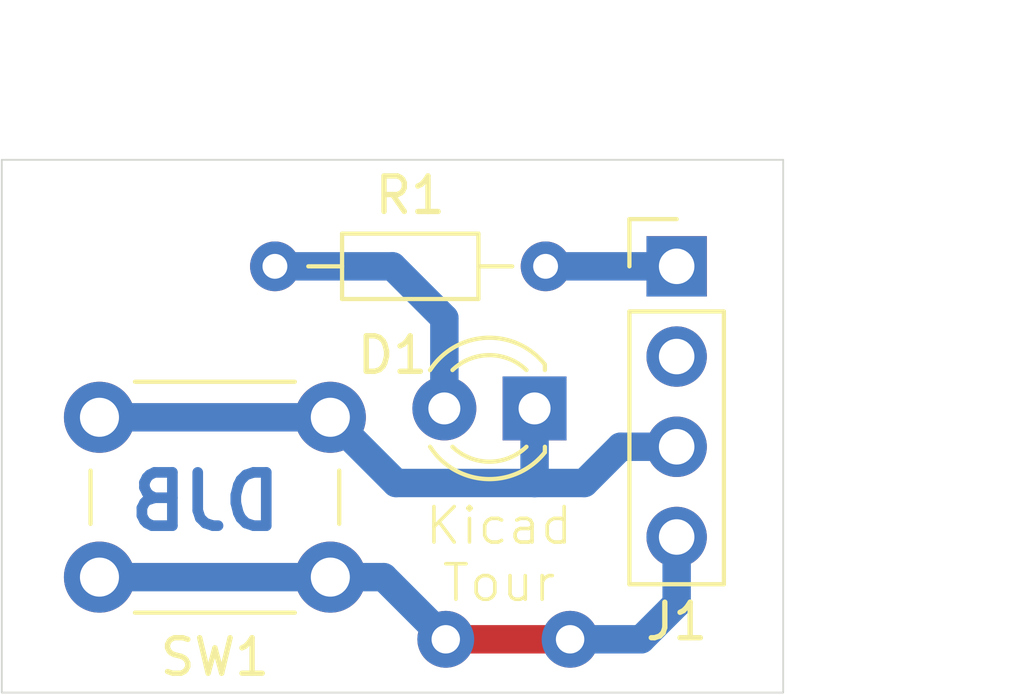
<source format=kicad_pcb>
(kicad_pcb (version 20241229) (generator "pcbnew") (generator_version "9.0")
  (title_block (title "KiCad Tour - Pulsador") (date "2024-10-05") (company "UNLaM - TIT1"))
  (layers (0 "F.Cu" jumper) (2 "B.Cu" signal) (13 "F.Paste" user) (15 "B.Paste" user) (5 "F.SilkS" user "F.Silkscreen") (7 "B.SilkS" user "B.Silkscreen") (1 "F.Mask" user) (3 "B.Mask" user) (25 "Edge.Cuts" user))
  (net 0 "")
  (net 1 "Net-(D1-A)")
  (net 2 "Net-(D1-K)")
  (net 3 "Net-(J1-Pin_4)")
  (net 4 "Net-(J1-Pin_1)")
  (footprint "Resistor_THT:R_Axial_DIN0204_L3.6mm_D1.6mm_P7.62mm_Horizontal" (layer "F.Cu") (at 151.31 106 180)
    (property "Reference" "R1" (at 3.81 2 0) (layer "F.SilkS"))
    (property "Value" "220")
    (fp_line (start 6.68 0) (end 5.73 0) (stroke (width 0.12)) (layer "F.SilkS"))
    (fp_line (start 5.73 0.92) (end 5.73 -0.92) (stroke (width 0.12)) (layer "F.SilkS"))
    (fp_line (start 5.73 -0.92) (end 1.89 -0.92) (stroke (width 0.12)) (layer "F.SilkS"))
    (fp_line (start 1.89 0.92) (end 5.73 0.92) (stroke (width 0.12)) (layer "F.SilkS"))
    (fp_line (start 1.89 -0.92) (end 1.89 0.92) (stroke (width 0.12)) (layer "F.SilkS"))
    (fp_line (start 0.94 0) (end 1.89 0) (stroke (width 0.12)) (layer "F.SilkS"))
    (pad "1" thru_hole circle (at 0 0 180) (size 1.4 1.4) (drill 0.7) (layers "*.Cu" "*.Mask") (net 4 "Net-(J1-Pin_1)"))
    (pad "2" thru_hole oval (at 7.62 0 180) (size 1.4 1.4) (drill 0.7) (layers "*.Cu" "*.Mask") (net 1 "Net-(D1-A)"))
  )
  (footprint "Connector_PinHeader_2.54mm:PinHeader_1x04_P2.54mm_Vertical" (layer "F.Cu") (at 155 106)
    (property "Reference" "J1" (at 0 10 0) (layer "F.SilkS"))
    (property "Value" "Conn_01x04")
    (fp_line (start -1.33 -1.33) (end 0 -1.33) (stroke (width 0.12)) (layer "F.SilkS"))
    (fp_line (start -1.33 0) (end -1.33 -1.33) (stroke (width 0.12)) (layer "F.SilkS"))
    (fp_line (start -1.33 1.27) (end -1.33 8.95) (stroke (width 0.12)) (layer "F.SilkS"))
    (fp_line (start -1.33 1.27) (end 1.33 1.27) (stroke (width 0.12)) (layer "F.SilkS"))
    (fp_line (start -1.33 8.95) (end 1.33 8.95) (stroke (width 0.12)) (layer "F.SilkS"))
    (fp_line (start 1.33 1.27) (end 1.33 8.95) (stroke (width 0.12)) (layer "F.SilkS"))
    (pad "1" thru_hole rect (at 0 0) (size 1.7 1.7) (drill 1) (layers "*.Cu" "*.Mask") (net 4 "Net-(J1-Pin_1)"))
    (pad "2" thru_hole oval (at 0 2.54) (size 1.7 1.7) (drill 1) (layers "*.Cu" "*.Mask"))
    (pad "3" thru_hole oval (at 0 5.08) (size 1.7 1.7) (drill 1) (layers "*.Cu" "*.Mask") (net 2 "Net-(D1-K)"))
    (pad "4" thru_hole oval (at 0 7.62) (size 1.7 1.7) (drill 1) (layers "*.Cu" "*.Mask") (net 3 "Net-(J1-Pin_4)"))
  )
  (footprint "Button_Switch_THT:SW_PUSH_6mm" (layer "F.Cu") (at 145.25 114.75 180)
    (property "Reference" "SW1" (at 3.25 -2.25 0) (layer "F.SilkS"))
    (property "Value" "SW_Push")
    (fp_line (start 6.75 3) (end 6.75 1.5) (stroke (width 0.12)) (layer "F.SilkS"))
    (fp_line (start 5.5 -1) (end 1 -1) (stroke (width 0.12)) (layer "F.SilkS"))
    (fp_line (start 1 5.5) (end 5.5 5.5) (stroke (width 0.12)) (layer "F.SilkS"))
    (fp_line (start -0.25 1.5) (end -0.25 3) (stroke (width 0.12)) (layer "F.SilkS"))
    (pad "1" thru_hole circle (at 0 0 270) (size 2 2) (drill 1.1) (layers "*.Cu" "*.Mask") (net 3 "Net-(J1-Pin_4)"))
    (pad "1" thru_hole circle (at 6.5 0 270) (size 2 2) (drill 1.1) (layers "*.Cu" "*.Mask") (net 3 "Net-(J1-Pin_4)"))
    (pad "2" thru_hole circle (at 0 4.5 270) (size 2 2) (drill 1.1) (layers "*.Cu" "*.Mask") (net 2 "Net-(D1-K)"))
    (pad "2" thru_hole circle (at 6.5 4.5 270) (size 2 2) (drill 1.1) (layers "*.Cu" "*.Mask") (net 2 "Net-(D1-K)"))
  )
  (footprint "MountingHole:MountingHole_2.2mm_M2" (layer "F.Cu") (at 139 106)
    (property "Reference" "H1" (hide yes))
    (property "Value" "MountingHole" (hide yes))
    (pad "" np_thru_hole circle (at 0 0) (size 2.2 2.2) (drill 2.2) (layers "*.Cu" "*.Mask"))
  )
  (footprint "LED_THT:LED_D3.0mm" (layer "F.Cu") (at 151 110 180)
    (property "Reference" "D1" (at 4 1.5 0) (layer "F.SilkS"))
    (property "Value" "LED 3mm Rojo")
    (fp_line (start -0.29 1.08) (end -0.29 1.236) (stroke (width 0.12)) (layer "F.SilkS"))
    (fp_line (start -0.29 -1.236) (end -0.29 -1.08) (stroke (width 0.12)) (layer "F.SilkS"))
    (fp_arc (start 2.942335 1.078608) (mid 1.366487 1.987659) (end -0.29 1.235516) (stroke (width 0.12)) (layer "F.SilkS"))
    (fp_arc (start 2.31113 1.079837) (mid 1.270117 1.5) (end 0.229039 1.08) (stroke (width 0.12)) (layer "F.SilkS"))
    (fp_arc (start 0.229039 -1.08) (mid 1.270117 -1.5) (end 2.31113 -1.079837) (stroke (width 0.12)) (layer "F.SilkS"))
    (fp_arc (start -0.29 -1.235516) (mid 1.366487 -1.987659) (end 2.942335 -1.078608) (stroke (width 0.12)) (layer "F.SilkS"))
    (pad "1" thru_hole rect (at 0 0 180) (size 1.8 1.8) (drill 0.9) (layers "*.Cu" "*.Mask") (net 2 "Net-(D1-K)"))
    (pad "2" thru_hole circle (at 2.54 0 180) (size 1.8 1.8) (drill 0.9) (layers "*.Cu" "*.Mask") (net 1 "Net-(D1-A)"))
  )
  (gr_rect (start 136 103) (end 158 118) (stroke (width 0.05)) (fill no) (layer "Edge.Cuts"))
  (gr_text "DJB" (at 144 113.5 0) (layer "B.Cu") (effects (font (size 1.5 1.5) (thickness 0.3) (bold yes)) (justify left bottom mirror)))
  (gr_text "Kicad\nTour" (at 150 115.5 0) (layer "F.SilkS") (effects (font (size 1 1) (thickness 0.1)) (justify bottom)))
  (segment (start 143.69 106) (end 147 106) (width 0.8) (layer "B.Cu") (net 1))
  (segment (start 148.46 107.46) (end 148.46 110) (width 0.8) (layer "B.Cu") (net 1))
  (segment (start 147 106) (end 148.46 107.46) (width 0.8) (layer "B.Cu") (net 1))
  (segment (start 147.1 112.1) (end 151 112.1) (width 0.8) (layer "B.Cu") (net 2))
  (segment (start 151 112.1) (end 152.4 112.1) (width 0.8) (layer "B.Cu") (net 2))
  (segment (start 151 110) (end 151 112.1) (width 0.8) (layer "B.Cu") (net 2))
  (segment (start 145.25 110.25) (end 138.75 110.25) (width 0.8) (layer "B.Cu") (net 2))
  (segment (start 152.4 112.1) (end 153.42 111.08) (width 0.8) (layer "B.Cu") (net 2))
  (segment (start 145.25 110.25) (end 147.1 112.1) (width 0.8) (layer "B.Cu") (net 2))
  (segment (start 153.42 111.08) (end 155 111.08) (width 0.8) (layer "B.Cu") (net 2))
  (segment (start 148.5 116.5) (end 152 116.5) (width 0.8) (layer "F.Cu") (net 3))
  (via (at 152 116.5) (size 1.6) (drill 0.8) (layers "F.Cu" "B.Cu") (net 3))
  (via (at 148.5 116.5) (size 1.6) (drill 0.8) (layers "F.Cu" "B.Cu") (net 3))
  (segment (start 152 116.5) (end 154 116.5) (width 0.8) (layer "B.Cu") (net 3))
  (segment (start 146.75 114.75) (end 148.5 116.5) (width 0.8) (layer "B.Cu") (net 3))
  (segment (start 138.75 114.75) (end 145.25 114.75) (width 0.8) (layer "B.Cu") (net 3))
  (segment (start 145.25 114.75) (end 146.75 114.75) (width 0.8) (layer "B.Cu") (net 3))
  (segment (start 155 115.5) (end 155 113.62) (width 0.8) (layer "B.Cu") (net 3))
  (segment (start 154 116.5) (end 155 115.5) (width 0.8) (layer "B.Cu") (net 3))
  (segment (start 155 106) (end 151.31 106) (width 0.8) (layer "B.Cu") (net 4))
)
</source>
